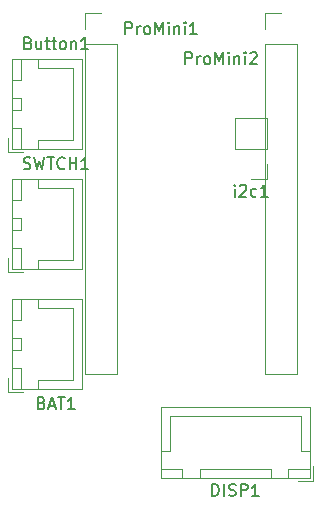
<source format=gbr>
%TF.GenerationSoftware,KiCad,Pcbnew,7.0.7*%
%TF.CreationDate,2023-09-23T14:44:52-07:00*%
%TF.ProjectId,Nitrox_Board,4e697472-6f78-45f4-926f-6172642e6b69,rev?*%
%TF.SameCoordinates,Original*%
%TF.FileFunction,Legend,Top*%
%TF.FilePolarity,Positive*%
%FSLAX46Y46*%
G04 Gerber Fmt 4.6, Leading zero omitted, Abs format (unit mm)*
G04 Created by KiCad (PCBNEW 7.0.7) date 2023-09-23 14:44:52*
%MOMM*%
%LPD*%
G01*
G04 APERTURE LIST*
%ADD10C,0.150000*%
%ADD11C,0.120000*%
G04 APERTURE END LIST*
D10*
X156737619Y-100524819D02*
X156737619Y-99524819D01*
X156737619Y-99524819D02*
X156975714Y-99524819D01*
X156975714Y-99524819D02*
X157118571Y-99572438D01*
X157118571Y-99572438D02*
X157213809Y-99667676D01*
X157213809Y-99667676D02*
X157261428Y-99762914D01*
X157261428Y-99762914D02*
X157309047Y-99953390D01*
X157309047Y-99953390D02*
X157309047Y-100096247D01*
X157309047Y-100096247D02*
X157261428Y-100286723D01*
X157261428Y-100286723D02*
X157213809Y-100381961D01*
X157213809Y-100381961D02*
X157118571Y-100477200D01*
X157118571Y-100477200D02*
X156975714Y-100524819D01*
X156975714Y-100524819D02*
X156737619Y-100524819D01*
X157737619Y-100524819D02*
X157737619Y-99524819D01*
X158166190Y-100477200D02*
X158309047Y-100524819D01*
X158309047Y-100524819D02*
X158547142Y-100524819D01*
X158547142Y-100524819D02*
X158642380Y-100477200D01*
X158642380Y-100477200D02*
X158689999Y-100429580D01*
X158689999Y-100429580D02*
X158737618Y-100334342D01*
X158737618Y-100334342D02*
X158737618Y-100239104D01*
X158737618Y-100239104D02*
X158689999Y-100143866D01*
X158689999Y-100143866D02*
X158642380Y-100096247D01*
X158642380Y-100096247D02*
X158547142Y-100048628D01*
X158547142Y-100048628D02*
X158356666Y-100001009D01*
X158356666Y-100001009D02*
X158261428Y-99953390D01*
X158261428Y-99953390D02*
X158213809Y-99905771D01*
X158213809Y-99905771D02*
X158166190Y-99810533D01*
X158166190Y-99810533D02*
X158166190Y-99715295D01*
X158166190Y-99715295D02*
X158213809Y-99620057D01*
X158213809Y-99620057D02*
X158261428Y-99572438D01*
X158261428Y-99572438D02*
X158356666Y-99524819D01*
X158356666Y-99524819D02*
X158594761Y-99524819D01*
X158594761Y-99524819D02*
X158737618Y-99572438D01*
X159166190Y-100524819D02*
X159166190Y-99524819D01*
X159166190Y-99524819D02*
X159547142Y-99524819D01*
X159547142Y-99524819D02*
X159642380Y-99572438D01*
X159642380Y-99572438D02*
X159689999Y-99620057D01*
X159689999Y-99620057D02*
X159737618Y-99715295D01*
X159737618Y-99715295D02*
X159737618Y-99858152D01*
X159737618Y-99858152D02*
X159689999Y-99953390D01*
X159689999Y-99953390D02*
X159642380Y-100001009D01*
X159642380Y-100001009D02*
X159547142Y-100048628D01*
X159547142Y-100048628D02*
X159166190Y-100048628D01*
X160689999Y-100524819D02*
X160118571Y-100524819D01*
X160404285Y-100524819D02*
X160404285Y-99524819D01*
X160404285Y-99524819D02*
X160309047Y-99667676D01*
X160309047Y-99667676D02*
X160213809Y-99762914D01*
X160213809Y-99762914D02*
X160118571Y-99810533D01*
X158639048Y-75174819D02*
X158639048Y-74508152D01*
X158639048Y-74174819D02*
X158591429Y-74222438D01*
X158591429Y-74222438D02*
X158639048Y-74270057D01*
X158639048Y-74270057D02*
X158686667Y-74222438D01*
X158686667Y-74222438D02*
X158639048Y-74174819D01*
X158639048Y-74174819D02*
X158639048Y-74270057D01*
X159067619Y-74270057D02*
X159115238Y-74222438D01*
X159115238Y-74222438D02*
X159210476Y-74174819D01*
X159210476Y-74174819D02*
X159448571Y-74174819D01*
X159448571Y-74174819D02*
X159543809Y-74222438D01*
X159543809Y-74222438D02*
X159591428Y-74270057D01*
X159591428Y-74270057D02*
X159639047Y-74365295D01*
X159639047Y-74365295D02*
X159639047Y-74460533D01*
X159639047Y-74460533D02*
X159591428Y-74603390D01*
X159591428Y-74603390D02*
X159020000Y-75174819D01*
X159020000Y-75174819D02*
X159639047Y-75174819D01*
X160496190Y-75127200D02*
X160400952Y-75174819D01*
X160400952Y-75174819D02*
X160210476Y-75174819D01*
X160210476Y-75174819D02*
X160115238Y-75127200D01*
X160115238Y-75127200D02*
X160067619Y-75079580D01*
X160067619Y-75079580D02*
X160020000Y-74984342D01*
X160020000Y-74984342D02*
X160020000Y-74698628D01*
X160020000Y-74698628D02*
X160067619Y-74603390D01*
X160067619Y-74603390D02*
X160115238Y-74555771D01*
X160115238Y-74555771D02*
X160210476Y-74508152D01*
X160210476Y-74508152D02*
X160400952Y-74508152D01*
X160400952Y-74508152D02*
X160496190Y-74555771D01*
X161448571Y-75174819D02*
X160877143Y-75174819D01*
X161162857Y-75174819D02*
X161162857Y-74174819D01*
X161162857Y-74174819D02*
X161067619Y-74317676D01*
X161067619Y-74317676D02*
X160972381Y-74412914D01*
X160972381Y-74412914D02*
X160877143Y-74460533D01*
X149400000Y-61414819D02*
X149400000Y-60414819D01*
X149400000Y-60414819D02*
X149780952Y-60414819D01*
X149780952Y-60414819D02*
X149876190Y-60462438D01*
X149876190Y-60462438D02*
X149923809Y-60510057D01*
X149923809Y-60510057D02*
X149971428Y-60605295D01*
X149971428Y-60605295D02*
X149971428Y-60748152D01*
X149971428Y-60748152D02*
X149923809Y-60843390D01*
X149923809Y-60843390D02*
X149876190Y-60891009D01*
X149876190Y-60891009D02*
X149780952Y-60938628D01*
X149780952Y-60938628D02*
X149400000Y-60938628D01*
X150400000Y-61414819D02*
X150400000Y-60748152D01*
X150400000Y-60938628D02*
X150447619Y-60843390D01*
X150447619Y-60843390D02*
X150495238Y-60795771D01*
X150495238Y-60795771D02*
X150590476Y-60748152D01*
X150590476Y-60748152D02*
X150685714Y-60748152D01*
X151161905Y-61414819D02*
X151066667Y-61367200D01*
X151066667Y-61367200D02*
X151019048Y-61319580D01*
X151019048Y-61319580D02*
X150971429Y-61224342D01*
X150971429Y-61224342D02*
X150971429Y-60938628D01*
X150971429Y-60938628D02*
X151019048Y-60843390D01*
X151019048Y-60843390D02*
X151066667Y-60795771D01*
X151066667Y-60795771D02*
X151161905Y-60748152D01*
X151161905Y-60748152D02*
X151304762Y-60748152D01*
X151304762Y-60748152D02*
X151400000Y-60795771D01*
X151400000Y-60795771D02*
X151447619Y-60843390D01*
X151447619Y-60843390D02*
X151495238Y-60938628D01*
X151495238Y-60938628D02*
X151495238Y-61224342D01*
X151495238Y-61224342D02*
X151447619Y-61319580D01*
X151447619Y-61319580D02*
X151400000Y-61367200D01*
X151400000Y-61367200D02*
X151304762Y-61414819D01*
X151304762Y-61414819D02*
X151161905Y-61414819D01*
X151923810Y-61414819D02*
X151923810Y-60414819D01*
X151923810Y-60414819D02*
X152257143Y-61129104D01*
X152257143Y-61129104D02*
X152590476Y-60414819D01*
X152590476Y-60414819D02*
X152590476Y-61414819D01*
X153066667Y-61414819D02*
X153066667Y-60748152D01*
X153066667Y-60414819D02*
X153019048Y-60462438D01*
X153019048Y-60462438D02*
X153066667Y-60510057D01*
X153066667Y-60510057D02*
X153114286Y-60462438D01*
X153114286Y-60462438D02*
X153066667Y-60414819D01*
X153066667Y-60414819D02*
X153066667Y-60510057D01*
X153542857Y-60748152D02*
X153542857Y-61414819D01*
X153542857Y-60843390D02*
X153590476Y-60795771D01*
X153590476Y-60795771D02*
X153685714Y-60748152D01*
X153685714Y-60748152D02*
X153828571Y-60748152D01*
X153828571Y-60748152D02*
X153923809Y-60795771D01*
X153923809Y-60795771D02*
X153971428Y-60891009D01*
X153971428Y-60891009D02*
X153971428Y-61414819D01*
X154447619Y-61414819D02*
X154447619Y-60748152D01*
X154447619Y-60414819D02*
X154400000Y-60462438D01*
X154400000Y-60462438D02*
X154447619Y-60510057D01*
X154447619Y-60510057D02*
X154495238Y-60462438D01*
X154495238Y-60462438D02*
X154447619Y-60414819D01*
X154447619Y-60414819D02*
X154447619Y-60510057D01*
X155447618Y-61414819D02*
X154876190Y-61414819D01*
X155161904Y-61414819D02*
X155161904Y-60414819D01*
X155161904Y-60414819D02*
X155066666Y-60557676D01*
X155066666Y-60557676D02*
X154971428Y-60652914D01*
X154971428Y-60652914D02*
X154876190Y-60700533D01*
X140771905Y-72797200D02*
X140914762Y-72844819D01*
X140914762Y-72844819D02*
X141152857Y-72844819D01*
X141152857Y-72844819D02*
X141248095Y-72797200D01*
X141248095Y-72797200D02*
X141295714Y-72749580D01*
X141295714Y-72749580D02*
X141343333Y-72654342D01*
X141343333Y-72654342D02*
X141343333Y-72559104D01*
X141343333Y-72559104D02*
X141295714Y-72463866D01*
X141295714Y-72463866D02*
X141248095Y-72416247D01*
X141248095Y-72416247D02*
X141152857Y-72368628D01*
X141152857Y-72368628D02*
X140962381Y-72321009D01*
X140962381Y-72321009D02*
X140867143Y-72273390D01*
X140867143Y-72273390D02*
X140819524Y-72225771D01*
X140819524Y-72225771D02*
X140771905Y-72130533D01*
X140771905Y-72130533D02*
X140771905Y-72035295D01*
X140771905Y-72035295D02*
X140819524Y-71940057D01*
X140819524Y-71940057D02*
X140867143Y-71892438D01*
X140867143Y-71892438D02*
X140962381Y-71844819D01*
X140962381Y-71844819D02*
X141200476Y-71844819D01*
X141200476Y-71844819D02*
X141343333Y-71892438D01*
X141676667Y-71844819D02*
X141914762Y-72844819D01*
X141914762Y-72844819D02*
X142105238Y-72130533D01*
X142105238Y-72130533D02*
X142295714Y-72844819D01*
X142295714Y-72844819D02*
X142533810Y-71844819D01*
X142771905Y-71844819D02*
X143343333Y-71844819D01*
X143057619Y-72844819D02*
X143057619Y-71844819D01*
X144248095Y-72749580D02*
X144200476Y-72797200D01*
X144200476Y-72797200D02*
X144057619Y-72844819D01*
X144057619Y-72844819D02*
X143962381Y-72844819D01*
X143962381Y-72844819D02*
X143819524Y-72797200D01*
X143819524Y-72797200D02*
X143724286Y-72701961D01*
X143724286Y-72701961D02*
X143676667Y-72606723D01*
X143676667Y-72606723D02*
X143629048Y-72416247D01*
X143629048Y-72416247D02*
X143629048Y-72273390D01*
X143629048Y-72273390D02*
X143676667Y-72082914D01*
X143676667Y-72082914D02*
X143724286Y-71987676D01*
X143724286Y-71987676D02*
X143819524Y-71892438D01*
X143819524Y-71892438D02*
X143962381Y-71844819D01*
X143962381Y-71844819D02*
X144057619Y-71844819D01*
X144057619Y-71844819D02*
X144200476Y-71892438D01*
X144200476Y-71892438D02*
X144248095Y-71940057D01*
X144676667Y-72844819D02*
X144676667Y-71844819D01*
X144676667Y-72321009D02*
X145248095Y-72321009D01*
X145248095Y-72844819D02*
X145248095Y-71844819D01*
X146248095Y-72844819D02*
X145676667Y-72844819D01*
X145962381Y-72844819D02*
X145962381Y-71844819D01*
X145962381Y-71844819D02*
X145867143Y-71987676D01*
X145867143Y-71987676D02*
X145771905Y-72082914D01*
X145771905Y-72082914D02*
X145676667Y-72130533D01*
X142295714Y-92641009D02*
X142438571Y-92688628D01*
X142438571Y-92688628D02*
X142486190Y-92736247D01*
X142486190Y-92736247D02*
X142533809Y-92831485D01*
X142533809Y-92831485D02*
X142533809Y-92974342D01*
X142533809Y-92974342D02*
X142486190Y-93069580D01*
X142486190Y-93069580D02*
X142438571Y-93117200D01*
X142438571Y-93117200D02*
X142343333Y-93164819D01*
X142343333Y-93164819D02*
X141962381Y-93164819D01*
X141962381Y-93164819D02*
X141962381Y-92164819D01*
X141962381Y-92164819D02*
X142295714Y-92164819D01*
X142295714Y-92164819D02*
X142390952Y-92212438D01*
X142390952Y-92212438D02*
X142438571Y-92260057D01*
X142438571Y-92260057D02*
X142486190Y-92355295D01*
X142486190Y-92355295D02*
X142486190Y-92450533D01*
X142486190Y-92450533D02*
X142438571Y-92545771D01*
X142438571Y-92545771D02*
X142390952Y-92593390D01*
X142390952Y-92593390D02*
X142295714Y-92641009D01*
X142295714Y-92641009D02*
X141962381Y-92641009D01*
X142914762Y-92879104D02*
X143390952Y-92879104D01*
X142819524Y-93164819D02*
X143152857Y-92164819D01*
X143152857Y-92164819D02*
X143486190Y-93164819D01*
X143676667Y-92164819D02*
X144248095Y-92164819D01*
X143962381Y-93164819D02*
X143962381Y-92164819D01*
X145105238Y-93164819D02*
X144533810Y-93164819D01*
X144819524Y-93164819D02*
X144819524Y-92164819D01*
X144819524Y-92164819D02*
X144724286Y-92307676D01*
X144724286Y-92307676D02*
X144629048Y-92402914D01*
X144629048Y-92402914D02*
X144533810Y-92450533D01*
X141176666Y-62161009D02*
X141319523Y-62208628D01*
X141319523Y-62208628D02*
X141367142Y-62256247D01*
X141367142Y-62256247D02*
X141414761Y-62351485D01*
X141414761Y-62351485D02*
X141414761Y-62494342D01*
X141414761Y-62494342D02*
X141367142Y-62589580D01*
X141367142Y-62589580D02*
X141319523Y-62637200D01*
X141319523Y-62637200D02*
X141224285Y-62684819D01*
X141224285Y-62684819D02*
X140843333Y-62684819D01*
X140843333Y-62684819D02*
X140843333Y-61684819D01*
X140843333Y-61684819D02*
X141176666Y-61684819D01*
X141176666Y-61684819D02*
X141271904Y-61732438D01*
X141271904Y-61732438D02*
X141319523Y-61780057D01*
X141319523Y-61780057D02*
X141367142Y-61875295D01*
X141367142Y-61875295D02*
X141367142Y-61970533D01*
X141367142Y-61970533D02*
X141319523Y-62065771D01*
X141319523Y-62065771D02*
X141271904Y-62113390D01*
X141271904Y-62113390D02*
X141176666Y-62161009D01*
X141176666Y-62161009D02*
X140843333Y-62161009D01*
X142271904Y-62018152D02*
X142271904Y-62684819D01*
X141843333Y-62018152D02*
X141843333Y-62541961D01*
X141843333Y-62541961D02*
X141890952Y-62637200D01*
X141890952Y-62637200D02*
X141986190Y-62684819D01*
X141986190Y-62684819D02*
X142129047Y-62684819D01*
X142129047Y-62684819D02*
X142224285Y-62637200D01*
X142224285Y-62637200D02*
X142271904Y-62589580D01*
X142605238Y-62018152D02*
X142986190Y-62018152D01*
X142748095Y-61684819D02*
X142748095Y-62541961D01*
X142748095Y-62541961D02*
X142795714Y-62637200D01*
X142795714Y-62637200D02*
X142890952Y-62684819D01*
X142890952Y-62684819D02*
X142986190Y-62684819D01*
X143176667Y-62018152D02*
X143557619Y-62018152D01*
X143319524Y-61684819D02*
X143319524Y-62541961D01*
X143319524Y-62541961D02*
X143367143Y-62637200D01*
X143367143Y-62637200D02*
X143462381Y-62684819D01*
X143462381Y-62684819D02*
X143557619Y-62684819D01*
X144033810Y-62684819D02*
X143938572Y-62637200D01*
X143938572Y-62637200D02*
X143890953Y-62589580D01*
X143890953Y-62589580D02*
X143843334Y-62494342D01*
X143843334Y-62494342D02*
X143843334Y-62208628D01*
X143843334Y-62208628D02*
X143890953Y-62113390D01*
X143890953Y-62113390D02*
X143938572Y-62065771D01*
X143938572Y-62065771D02*
X144033810Y-62018152D01*
X144033810Y-62018152D02*
X144176667Y-62018152D01*
X144176667Y-62018152D02*
X144271905Y-62065771D01*
X144271905Y-62065771D02*
X144319524Y-62113390D01*
X144319524Y-62113390D02*
X144367143Y-62208628D01*
X144367143Y-62208628D02*
X144367143Y-62494342D01*
X144367143Y-62494342D02*
X144319524Y-62589580D01*
X144319524Y-62589580D02*
X144271905Y-62637200D01*
X144271905Y-62637200D02*
X144176667Y-62684819D01*
X144176667Y-62684819D02*
X144033810Y-62684819D01*
X144795715Y-62018152D02*
X144795715Y-62684819D01*
X144795715Y-62113390D02*
X144843334Y-62065771D01*
X144843334Y-62065771D02*
X144938572Y-62018152D01*
X144938572Y-62018152D02*
X145081429Y-62018152D01*
X145081429Y-62018152D02*
X145176667Y-62065771D01*
X145176667Y-62065771D02*
X145224286Y-62161009D01*
X145224286Y-62161009D02*
X145224286Y-62684819D01*
X146224286Y-62684819D02*
X145652858Y-62684819D01*
X145938572Y-62684819D02*
X145938572Y-61684819D01*
X145938572Y-61684819D02*
X145843334Y-61827676D01*
X145843334Y-61827676D02*
X145748096Y-61922914D01*
X145748096Y-61922914D02*
X145652858Y-61970533D01*
X154480000Y-63954819D02*
X154480000Y-62954819D01*
X154480000Y-62954819D02*
X154860952Y-62954819D01*
X154860952Y-62954819D02*
X154956190Y-63002438D01*
X154956190Y-63002438D02*
X155003809Y-63050057D01*
X155003809Y-63050057D02*
X155051428Y-63145295D01*
X155051428Y-63145295D02*
X155051428Y-63288152D01*
X155051428Y-63288152D02*
X155003809Y-63383390D01*
X155003809Y-63383390D02*
X154956190Y-63431009D01*
X154956190Y-63431009D02*
X154860952Y-63478628D01*
X154860952Y-63478628D02*
X154480000Y-63478628D01*
X155480000Y-63954819D02*
X155480000Y-63288152D01*
X155480000Y-63478628D02*
X155527619Y-63383390D01*
X155527619Y-63383390D02*
X155575238Y-63335771D01*
X155575238Y-63335771D02*
X155670476Y-63288152D01*
X155670476Y-63288152D02*
X155765714Y-63288152D01*
X156241905Y-63954819D02*
X156146667Y-63907200D01*
X156146667Y-63907200D02*
X156099048Y-63859580D01*
X156099048Y-63859580D02*
X156051429Y-63764342D01*
X156051429Y-63764342D02*
X156051429Y-63478628D01*
X156051429Y-63478628D02*
X156099048Y-63383390D01*
X156099048Y-63383390D02*
X156146667Y-63335771D01*
X156146667Y-63335771D02*
X156241905Y-63288152D01*
X156241905Y-63288152D02*
X156384762Y-63288152D01*
X156384762Y-63288152D02*
X156480000Y-63335771D01*
X156480000Y-63335771D02*
X156527619Y-63383390D01*
X156527619Y-63383390D02*
X156575238Y-63478628D01*
X156575238Y-63478628D02*
X156575238Y-63764342D01*
X156575238Y-63764342D02*
X156527619Y-63859580D01*
X156527619Y-63859580D02*
X156480000Y-63907200D01*
X156480000Y-63907200D02*
X156384762Y-63954819D01*
X156384762Y-63954819D02*
X156241905Y-63954819D01*
X157003810Y-63954819D02*
X157003810Y-62954819D01*
X157003810Y-62954819D02*
X157337143Y-63669104D01*
X157337143Y-63669104D02*
X157670476Y-62954819D01*
X157670476Y-62954819D02*
X157670476Y-63954819D01*
X158146667Y-63954819D02*
X158146667Y-63288152D01*
X158146667Y-62954819D02*
X158099048Y-63002438D01*
X158099048Y-63002438D02*
X158146667Y-63050057D01*
X158146667Y-63050057D02*
X158194286Y-63002438D01*
X158194286Y-63002438D02*
X158146667Y-62954819D01*
X158146667Y-62954819D02*
X158146667Y-63050057D01*
X158622857Y-63288152D02*
X158622857Y-63954819D01*
X158622857Y-63383390D02*
X158670476Y-63335771D01*
X158670476Y-63335771D02*
X158765714Y-63288152D01*
X158765714Y-63288152D02*
X158908571Y-63288152D01*
X158908571Y-63288152D02*
X159003809Y-63335771D01*
X159003809Y-63335771D02*
X159051428Y-63431009D01*
X159051428Y-63431009D02*
X159051428Y-63954819D01*
X159527619Y-63954819D02*
X159527619Y-63288152D01*
X159527619Y-62954819D02*
X159480000Y-63002438D01*
X159480000Y-63002438D02*
X159527619Y-63050057D01*
X159527619Y-63050057D02*
X159575238Y-63002438D01*
X159575238Y-63002438D02*
X159527619Y-62954819D01*
X159527619Y-62954819D02*
X159527619Y-63050057D01*
X159956190Y-63050057D02*
X160003809Y-63002438D01*
X160003809Y-63002438D02*
X160099047Y-62954819D01*
X160099047Y-62954819D02*
X160337142Y-62954819D01*
X160337142Y-62954819D02*
X160432380Y-63002438D01*
X160432380Y-63002438D02*
X160479999Y-63050057D01*
X160479999Y-63050057D02*
X160527618Y-63145295D01*
X160527618Y-63145295D02*
X160527618Y-63240533D01*
X160527618Y-63240533D02*
X160479999Y-63383390D01*
X160479999Y-63383390D02*
X159908571Y-63954819D01*
X159908571Y-63954819D02*
X160527618Y-63954819D01*
D11*
%TO.C,DISP1*%
X165290000Y-99270000D02*
X165290000Y-98020000D01*
X165000000Y-98980000D02*
X165000000Y-93010000D01*
X165000000Y-93010000D02*
X152380000Y-93010000D01*
X164990000Y-98970000D02*
X164990000Y-98220000D01*
X164990000Y-98220000D02*
X163190000Y-98220000D01*
X164990000Y-96720000D02*
X164240000Y-96720000D01*
X164240000Y-96720000D02*
X164240000Y-93770000D01*
X164240000Y-93770000D02*
X158690000Y-93770000D01*
X164040000Y-99270000D02*
X165290000Y-99270000D01*
X163190000Y-98970000D02*
X164990000Y-98970000D01*
X163190000Y-98220000D02*
X163190000Y-98970000D01*
X161690000Y-98970000D02*
X161690000Y-98220000D01*
X161690000Y-98220000D02*
X155690000Y-98220000D01*
X155690000Y-98970000D02*
X161690000Y-98970000D01*
X155690000Y-98220000D02*
X155690000Y-98970000D01*
X154190000Y-98970000D02*
X154190000Y-98220000D01*
X154190000Y-98220000D02*
X152390000Y-98220000D01*
X153140000Y-96720000D02*
X153140000Y-93770000D01*
X153140000Y-93770000D02*
X158690000Y-93770000D01*
X152390000Y-98970000D02*
X154190000Y-98970000D01*
X152390000Y-98220000D02*
X152390000Y-98970000D01*
X152390000Y-96720000D02*
X153140000Y-96720000D01*
X152380000Y-98980000D02*
X165000000Y-98980000D01*
X152380000Y-93010000D02*
X152380000Y-98980000D01*
%TO.C,i2c1*%
X161350000Y-73720000D02*
X160020000Y-73720000D01*
X161350000Y-72390000D02*
X161350000Y-73720000D01*
X161350000Y-71120000D02*
X161350000Y-68520000D01*
X161350000Y-71120000D02*
X158690000Y-71120000D01*
X161350000Y-68520000D02*
X158690000Y-68520000D01*
X158690000Y-71120000D02*
X158690000Y-68520000D01*
%TO.C,ProMini1*%
X145990000Y-59630000D02*
X147320000Y-59630000D01*
X145990000Y-60960000D02*
X145990000Y-59630000D01*
X145990000Y-62230000D02*
X145990000Y-90230000D01*
X145990000Y-62230000D02*
X148650000Y-62230000D01*
X145990000Y-90230000D02*
X148650000Y-90230000D01*
X148650000Y-62230000D02*
X148650000Y-90230000D01*
%TO.C,SWTCH1*%
X139490000Y-81590000D02*
X140740000Y-81590000D01*
X139780000Y-81300000D02*
X145750000Y-81300000D01*
X145750000Y-81300000D02*
X145750000Y-73680000D01*
X139790000Y-81290000D02*
X140540000Y-81290000D01*
X140540000Y-81290000D02*
X140540000Y-79490000D01*
X142040000Y-81290000D02*
X142040000Y-80540000D01*
X142040000Y-80540000D02*
X144990000Y-80540000D01*
X144990000Y-80540000D02*
X144990000Y-77490000D01*
X139490000Y-80340000D02*
X139490000Y-81590000D01*
X139790000Y-79490000D02*
X139790000Y-81290000D01*
X140540000Y-79490000D02*
X139790000Y-79490000D01*
X139790000Y-77990000D02*
X140540000Y-77990000D01*
X140540000Y-77990000D02*
X140540000Y-76990000D01*
X139790000Y-76990000D02*
X139790000Y-77990000D01*
X140540000Y-76990000D02*
X139790000Y-76990000D01*
X139790000Y-75490000D02*
X140540000Y-75490000D01*
X140540000Y-75490000D02*
X140540000Y-73690000D01*
X142040000Y-74440000D02*
X144990000Y-74440000D01*
X144990000Y-74440000D02*
X144990000Y-77490000D01*
X139790000Y-73690000D02*
X139790000Y-75490000D01*
X140540000Y-73690000D02*
X139790000Y-73690000D01*
X142040000Y-73690000D02*
X142040000Y-74440000D01*
X139780000Y-73680000D02*
X139780000Y-81300000D01*
X145750000Y-73680000D02*
X139780000Y-73680000D01*
%TO.C,BAT1*%
X139490000Y-91750000D02*
X140740000Y-91750000D01*
X139780000Y-91460000D02*
X145750000Y-91460000D01*
X145750000Y-91460000D02*
X145750000Y-83840000D01*
X139790000Y-91450000D02*
X140540000Y-91450000D01*
X140540000Y-91450000D02*
X140540000Y-89650000D01*
X142040000Y-91450000D02*
X142040000Y-90700000D01*
X142040000Y-90700000D02*
X144990000Y-90700000D01*
X144990000Y-90700000D02*
X144990000Y-87650000D01*
X139490000Y-90500000D02*
X139490000Y-91750000D01*
X139790000Y-89650000D02*
X139790000Y-91450000D01*
X140540000Y-89650000D02*
X139790000Y-89650000D01*
X139790000Y-88150000D02*
X140540000Y-88150000D01*
X140540000Y-88150000D02*
X140540000Y-87150000D01*
X139790000Y-87150000D02*
X139790000Y-88150000D01*
X140540000Y-87150000D02*
X139790000Y-87150000D01*
X139790000Y-85650000D02*
X140540000Y-85650000D01*
X140540000Y-85650000D02*
X140540000Y-83850000D01*
X142040000Y-84600000D02*
X144990000Y-84600000D01*
X144990000Y-84600000D02*
X144990000Y-87650000D01*
X139790000Y-83850000D02*
X139790000Y-85650000D01*
X140540000Y-83850000D02*
X139790000Y-83850000D01*
X142040000Y-83850000D02*
X142040000Y-84600000D01*
X139780000Y-83840000D02*
X139780000Y-91460000D01*
X145750000Y-83840000D02*
X139780000Y-83840000D01*
%TO.C,Button1*%
X139490000Y-71430000D02*
X140740000Y-71430000D01*
X139780000Y-71140000D02*
X145750000Y-71140000D01*
X145750000Y-71140000D02*
X145750000Y-63520000D01*
X139790000Y-71130000D02*
X140540000Y-71130000D01*
X140540000Y-71130000D02*
X140540000Y-69330000D01*
X142040000Y-71130000D02*
X142040000Y-70380000D01*
X142040000Y-70380000D02*
X144990000Y-70380000D01*
X144990000Y-70380000D02*
X144990000Y-67330000D01*
X139490000Y-70180000D02*
X139490000Y-71430000D01*
X139790000Y-69330000D02*
X139790000Y-71130000D01*
X140540000Y-69330000D02*
X139790000Y-69330000D01*
X139790000Y-67830000D02*
X140540000Y-67830000D01*
X140540000Y-67830000D02*
X140540000Y-66830000D01*
X139790000Y-66830000D02*
X139790000Y-67830000D01*
X140540000Y-66830000D02*
X139790000Y-66830000D01*
X139790000Y-65330000D02*
X140540000Y-65330000D01*
X140540000Y-65330000D02*
X140540000Y-63530000D01*
X142040000Y-64280000D02*
X144990000Y-64280000D01*
X144990000Y-64280000D02*
X144990000Y-67330000D01*
X139790000Y-63530000D02*
X139790000Y-65330000D01*
X140540000Y-63530000D02*
X139790000Y-63530000D01*
X142040000Y-63530000D02*
X142040000Y-64280000D01*
X139780000Y-63520000D02*
X139780000Y-71140000D01*
X145750000Y-63520000D02*
X139780000Y-63520000D01*
%TO.C,ProMini2*%
X161230000Y-59630000D02*
X162560000Y-59630000D01*
X161230000Y-60960000D02*
X161230000Y-59630000D01*
X161230000Y-62230000D02*
X161230000Y-90230000D01*
X161230000Y-62230000D02*
X163890000Y-62230000D01*
X161230000Y-90230000D02*
X163890000Y-90230000D01*
X163890000Y-62230000D02*
X163890000Y-90230000D01*
%TD*%
M02*

</source>
